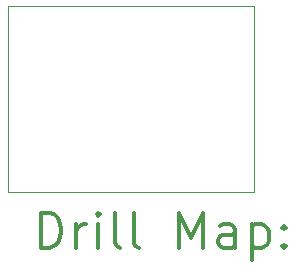
<source format=gbr>
%FSLAX45Y45*%
G04 Gerber Fmt 4.5, Leading zero omitted, Abs format (unit mm)*
G04 Created by KiCad (PCBNEW (5.0.2)-1) date 13/02/2019 12:40:48*
%MOMM*%
%LPD*%
G01*
G04 APERTURE LIST*
%ADD10C,0.100000*%
%ADD11C,0.200000*%
%ADD12C,0.300000*%
G04 APERTURE END LIST*
D10*
X182372Y1799590D02*
X2265172Y1799590D01*
X182372Y224790D02*
X182372Y1799590D01*
X2265172Y224790D02*
X182372Y224790D01*
X2265172Y1799590D02*
X2265172Y224790D01*
D11*
D12*
X463800Y-245924D02*
X463800Y54076D01*
X535229Y54076D01*
X578086Y39790D01*
X606658Y11218D01*
X620943Y-17353D01*
X635229Y-74496D01*
X635229Y-117353D01*
X620943Y-174496D01*
X606658Y-203067D01*
X578086Y-231639D01*
X535229Y-245924D01*
X463800Y-245924D01*
X763800Y-245924D02*
X763800Y-45924D01*
X763800Y-103067D02*
X778086Y-74496D01*
X792372Y-60210D01*
X820943Y-45924D01*
X849515Y-45924D01*
X949515Y-245924D02*
X949515Y-45924D01*
X949515Y54076D02*
X935229Y39790D01*
X949515Y25504D01*
X963800Y39790D01*
X949515Y54076D01*
X949515Y25504D01*
X1135229Y-245924D02*
X1106658Y-231639D01*
X1092372Y-203067D01*
X1092372Y54076D01*
X1292372Y-245924D02*
X1263800Y-231639D01*
X1249515Y-203067D01*
X1249515Y54076D01*
X1635229Y-245924D02*
X1635229Y54076D01*
X1735229Y-160210D01*
X1835229Y54076D01*
X1835229Y-245924D01*
X2106658Y-245924D02*
X2106658Y-88781D01*
X2092372Y-60210D01*
X2063800Y-45924D01*
X2006658Y-45924D01*
X1978086Y-60210D01*
X2106658Y-231639D02*
X2078086Y-245924D01*
X2006658Y-245924D01*
X1978086Y-231639D01*
X1963800Y-203067D01*
X1963800Y-174496D01*
X1978086Y-145924D01*
X2006658Y-131639D01*
X2078086Y-131639D01*
X2106658Y-117353D01*
X2249515Y-45924D02*
X2249515Y-345924D01*
X2249515Y-60210D02*
X2278086Y-45924D01*
X2335229Y-45924D01*
X2363800Y-60210D01*
X2378086Y-74496D01*
X2392372Y-103067D01*
X2392372Y-188781D01*
X2378086Y-217353D01*
X2363800Y-231639D01*
X2335229Y-245924D01*
X2278086Y-245924D01*
X2249515Y-231639D01*
X2520943Y-217353D02*
X2535229Y-231639D01*
X2520943Y-245924D01*
X2506658Y-231639D01*
X2520943Y-217353D01*
X2520943Y-245924D01*
X2520943Y-60210D02*
X2535229Y-74496D01*
X2520943Y-88781D01*
X2506658Y-74496D01*
X2520943Y-60210D01*
X2520943Y-88781D01*
M02*

</source>
